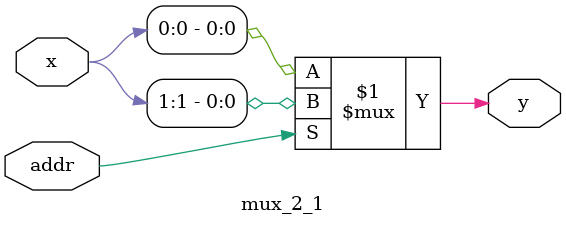
<source format=v>
module mux_2_1 (
	input addr,
	input [1:0] x,
	output y
);
assign y = addr ? x[1] : x[0];
endmodule

</source>
